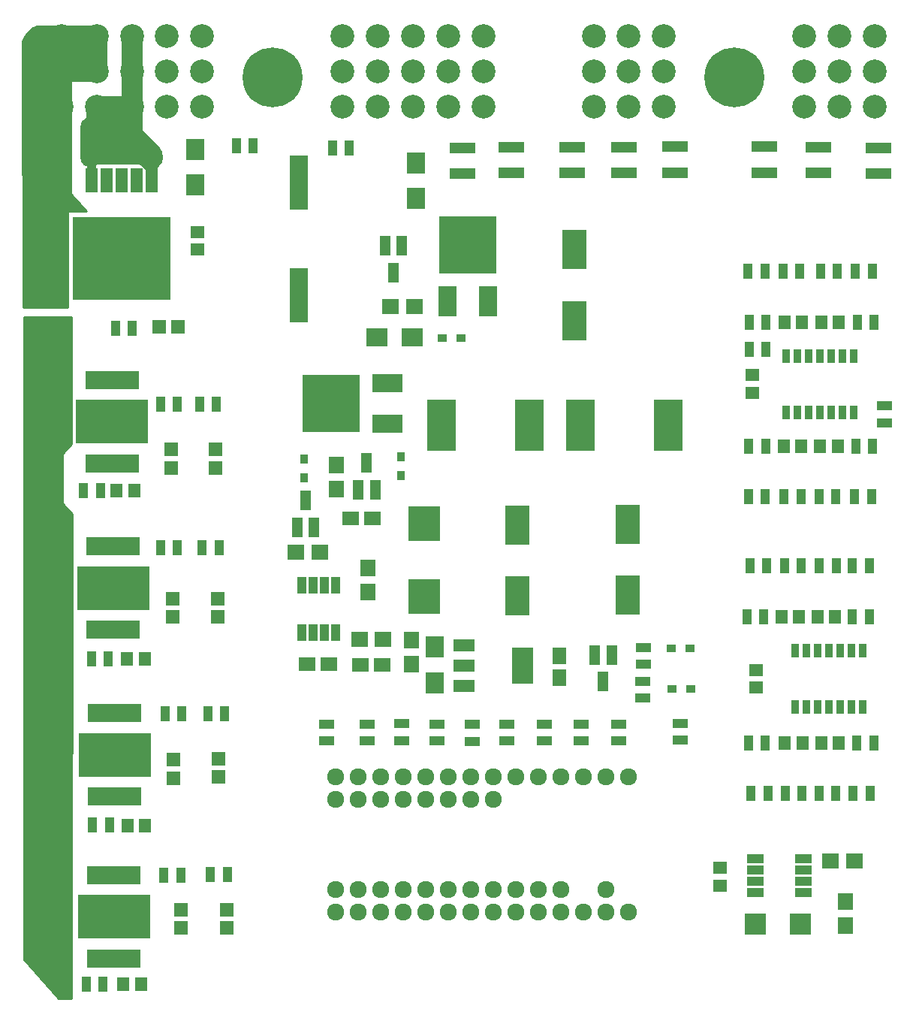
<source format=gts>
G04 #@! TF.FileFunction,Soldermask,Top*
%FSLAX46Y46*%
G04 Gerber Fmt 4.6, Leading zero omitted, Abs format (unit mm)*
G04 Created by KiCad (PCBNEW 0.201603210401+6634~43~ubuntu14.04.1-product) date lör  2 apr 2016 12:08:47*
%MOMM*%
G01*
G04 APERTURE LIST*
%ADD10C,0.050000*%
%ADD11C,1.924000*%
%ADD12C,6.750000*%
%ADD13C,2.686000*%
%ADD14R,2.100000X6.100000*%
%ADD15R,1.400000X1.650000*%
%ADD16R,1.650000X1.400000*%
%ADD17R,1.650000X1.900000*%
%ADD18R,2.800300X4.400500*%
%ADD19R,2.000000X2.400000*%
%ADD20R,1.900000X1.650000*%
%ADD21R,0.990000X0.850000*%
%ADD22R,1.598880X1.598880*%
%ADD23R,0.850000X0.990000*%
%ADD24R,2.900000X1.300000*%
%ADD25R,2.398980X2.398980*%
%ADD26R,3.300680X5.800040*%
%ADD27R,2.051000X3.448000*%
%ADD28R,6.496000X6.496000*%
%ADD29R,3.448000X2.051000*%
%ADD30R,1.700000X1.100000*%
%ADD31R,1.100000X1.700000*%
%ADD32R,1.700000X1.900000*%
%ADD33R,1.900000X1.700000*%
%ADD34R,2.400000X2.100000*%
%ADD35R,1.050000X2.070000*%
%ADD36R,8.200000X4.900000*%
%ADD37R,1.466800X2.686000*%
%ADD38R,11.068000X9.290000*%
%ADD39R,0.908000X1.543000*%
%ADD40R,1.950000X1.000000*%
%ADD41R,2.432000X4.057600*%
%ADD42R,2.432000X1.416000*%
%ADD43R,1.000000X1.950000*%
%ADD44R,2.100000X2.400000*%
%ADD45R,1.200100X2.200860*%
%ADD46R,3.600000X4.000000*%
%ADD47C,0.254000*%
G04 APERTURE END LIST*
D10*
D11*
X145592800Y-126390400D03*
X143052800Y-126390400D03*
X140512800Y-126390400D03*
X137972800Y-126390400D03*
X135432800Y-126390400D03*
X132892800Y-126390400D03*
X130352800Y-126390400D03*
X127812800Y-126390400D03*
X125272800Y-126390400D03*
X122732800Y-126390400D03*
X120192800Y-126390400D03*
X117652800Y-126390400D03*
X115112800Y-126390400D03*
X112572800Y-126390400D03*
X112572800Y-141630400D03*
X115112800Y-141630400D03*
X117652800Y-141630400D03*
X120192800Y-141630400D03*
X122732800Y-141630400D03*
X125272800Y-141630400D03*
X127812800Y-141630400D03*
X130352800Y-141630400D03*
X132892800Y-141630400D03*
X135432800Y-141630400D03*
X137972800Y-141630400D03*
X140512800Y-141630400D03*
X143052800Y-141630400D03*
X145592800Y-141630400D03*
X143052800Y-139090400D03*
X137972800Y-139090400D03*
X130352800Y-128930400D03*
X127812800Y-128930400D03*
X125272800Y-128930400D03*
X122732800Y-128930400D03*
X120192800Y-128930400D03*
X117652800Y-128930400D03*
X115112800Y-128930400D03*
X115112800Y-139090400D03*
X117652800Y-139090400D03*
X120192800Y-139090400D03*
X122732800Y-139090400D03*
X125272800Y-139090400D03*
X127812800Y-139090400D03*
X130352800Y-139090400D03*
X132892800Y-139090400D03*
X135432800Y-139090400D03*
X112572800Y-128930400D03*
X112572800Y-139090400D03*
D12*
X157480000Y-47625000D03*
X105410000Y-47625000D03*
D13*
X149555200Y-42926000D03*
X149555200Y-46913800D03*
X149555200Y-50901600D03*
X145592800Y-42926000D03*
X141630400Y-42926000D03*
X141630400Y-46913800D03*
X145592800Y-46913800D03*
X141630400Y-50901600D03*
X145592800Y-50901600D03*
X165404800Y-50901600D03*
X169367200Y-50901600D03*
X173329600Y-50901600D03*
X165404800Y-46913800D03*
X169367200Y-46913800D03*
X173329600Y-46913800D03*
X165404800Y-42926000D03*
X169367200Y-42926000D03*
X173329600Y-42926000D03*
X97485200Y-42926000D03*
X93522800Y-42926000D03*
X89560400Y-42926000D03*
X85598000Y-42926000D03*
X81635600Y-42926000D03*
X97485200Y-46913800D03*
X93522800Y-46913800D03*
X89560400Y-46913800D03*
X85598000Y-46913800D03*
X81635600Y-46913800D03*
X97485200Y-50901600D03*
X93522800Y-50901600D03*
X89560400Y-50901600D03*
X85598000Y-50901600D03*
X81635600Y-50901600D03*
X113334800Y-42926000D03*
X117297200Y-42926000D03*
X121259600Y-42926000D03*
X125222000Y-42926000D03*
X129184400Y-42926000D03*
X113334800Y-46913800D03*
X117297200Y-46913800D03*
X121259600Y-46913800D03*
X125222000Y-46913800D03*
X129184400Y-46913800D03*
X113334800Y-50901600D03*
X117297200Y-50901600D03*
X121259600Y-50901600D03*
X125222000Y-50901600D03*
X129184400Y-50901600D03*
D14*
X108407200Y-72186800D03*
X108407200Y-59486800D03*
D15*
X91052400Y-131927600D03*
X89052400Y-131927600D03*
D16*
X96977200Y-65024000D03*
X96977200Y-67024000D03*
D15*
X91001600Y-113131600D03*
X89001600Y-113131600D03*
X89833200Y-94132400D03*
X87833200Y-94132400D03*
X90595200Y-149758400D03*
X88595200Y-149758400D03*
X163201600Y-122631200D03*
X165201600Y-122631200D03*
X169284400Y-122631200D03*
X167284400Y-122631200D03*
D16*
X159969200Y-114366800D03*
X159969200Y-116366800D03*
X159562800Y-81159600D03*
X159562800Y-83159600D03*
D15*
X168878000Y-108407200D03*
X166878000Y-108407200D03*
X162795200Y-108407200D03*
X164795200Y-108407200D03*
X163049200Y-89154000D03*
X165049200Y-89154000D03*
X169182800Y-89154000D03*
X167182800Y-89154000D03*
X169284400Y-75234800D03*
X167284400Y-75234800D03*
X163150800Y-75234800D03*
X165150800Y-75234800D03*
D16*
X155892500Y-138668000D03*
X155892500Y-136668000D03*
D17*
X137769600Y-115276000D03*
X137769600Y-112776000D03*
D18*
X139446000Y-75018900D03*
X139446000Y-67017900D03*
D19*
X123698000Y-115824000D03*
X123698000Y-111824000D03*
D20*
X115305200Y-113792000D03*
X117805200Y-113792000D03*
X109310800Y-113690400D03*
X111810800Y-113690400D03*
X114187600Y-97282000D03*
X116687600Y-97282000D03*
D18*
X133045200Y-98056700D03*
X133045200Y-106057700D03*
X145491200Y-97967800D03*
X145491200Y-105968800D03*
D21*
X152603200Y-116535200D03*
X150493200Y-116535200D03*
X152489800Y-111963200D03*
X150379800Y-111963200D03*
D22*
X98958400Y-89527380D03*
X98958400Y-91625420D03*
D21*
X126632600Y-76962000D03*
X124522600Y-76962000D03*
D23*
X119888000Y-92444200D03*
X119888000Y-90334200D03*
X109016800Y-92749000D03*
X109016800Y-90639000D03*
D24*
X132334000Y-55473600D03*
X132334000Y-58373600D03*
X160883600Y-55418400D03*
X160883600Y-58318400D03*
X139242800Y-55473600D03*
X139242800Y-58373600D03*
X126847600Y-55575200D03*
X126847600Y-58475200D03*
X145084800Y-55473600D03*
X145084800Y-58373600D03*
X166979600Y-55473600D03*
X166979600Y-58373600D03*
X150825200Y-55422800D03*
X150825200Y-58322800D03*
X173736000Y-55575200D03*
X173736000Y-58475200D03*
D25*
X164973000Y-143065500D03*
X159893000Y-143065500D03*
D26*
X134376160Y-86791800D03*
X124475240Y-86791800D03*
X150060660Y-86791800D03*
X140159740Y-86791800D03*
D27*
X125120400Y-72796400D03*
D28*
X127406400Y-66446400D03*
D27*
X129692400Y-72796400D03*
D29*
X118364000Y-86664800D03*
D28*
X112014000Y-84378800D03*
D29*
X118364000Y-82092800D03*
D30*
X119989600Y-122346800D03*
X119989600Y-120446800D03*
X136093200Y-122362000D03*
X136093200Y-120462000D03*
D31*
X87020400Y-131876800D03*
X85120400Y-131876800D03*
X112196800Y-55524400D03*
X114096800Y-55524400D03*
X101361200Y-55270400D03*
X103261200Y-55270400D03*
X89596000Y-75844400D03*
X87696000Y-75844400D03*
X95199200Y-119329200D03*
X93299200Y-119329200D03*
D30*
X147167600Y-115651200D03*
X147167600Y-117551200D03*
D31*
X98125200Y-119329200D03*
X100025200Y-119329200D03*
D30*
X151434800Y-122311200D03*
X151434800Y-120411200D03*
X144424400Y-120477200D03*
X144424400Y-122377200D03*
X116078000Y-122397600D03*
X116078000Y-120497600D03*
X131876800Y-122377200D03*
X131876800Y-120477200D03*
D31*
X86918800Y-113131600D03*
X85018800Y-113131600D03*
D30*
X111556800Y-122362000D03*
X111556800Y-120462000D03*
D31*
X99385200Y-100584000D03*
X97485200Y-100584000D03*
D30*
X140208000Y-122377200D03*
X140208000Y-120477200D03*
D31*
X92776000Y-100584000D03*
X94676000Y-100584000D03*
X86024800Y-94132400D03*
X84124800Y-94132400D03*
D30*
X123952000Y-122362000D03*
X123952000Y-120462000D03*
X127914400Y-122412800D03*
X127914400Y-120512800D03*
D31*
X86309200Y-149758400D03*
X84409200Y-149758400D03*
X97210800Y-84429600D03*
X99110800Y-84429600D03*
X92791200Y-84429600D03*
X94691200Y-84429600D03*
X100330000Y-137464800D03*
X98430000Y-137464800D03*
X93167200Y-137515600D03*
X95067200Y-137515600D03*
X160985200Y-122631200D03*
X159085200Y-122631200D03*
X171312800Y-122580400D03*
X173212800Y-122580400D03*
X159390000Y-128320800D03*
X161290000Y-128320800D03*
X163250800Y-128320800D03*
X165150800Y-128320800D03*
X172791200Y-128320800D03*
X170891200Y-128320800D03*
X168960800Y-128320800D03*
X167060800Y-128320800D03*
X170789600Y-108407200D03*
X172689600Y-108407200D03*
X160832800Y-108407200D03*
X158932800Y-108407200D03*
X172720000Y-102679500D03*
X170820000Y-102679500D03*
X168968500Y-102679500D03*
X167068500Y-102679500D03*
X159237600Y-102666800D03*
X161137600Y-102666800D03*
X163134000Y-102666800D03*
X165034000Y-102666800D03*
X161036000Y-89154000D03*
X159136000Y-89154000D03*
D30*
X174396400Y-86532800D03*
X174396400Y-84632800D03*
D31*
X171196000Y-89154000D03*
X173096000Y-89154000D03*
X159085200Y-94843600D03*
X160985200Y-94843600D03*
X163118800Y-94843600D03*
X165018800Y-94843600D03*
X172943600Y-94843600D03*
X171043600Y-94843600D03*
X168960800Y-94843600D03*
X167060800Y-94843600D03*
X159156400Y-78232000D03*
X161056400Y-78232000D03*
X171378800Y-75234800D03*
X173278800Y-75234800D03*
X161086800Y-75234800D03*
X159186800Y-75234800D03*
X173045200Y-69443600D03*
X171145200Y-69443600D03*
X169113200Y-69443600D03*
X167213200Y-69443600D03*
X159054800Y-69443600D03*
X160954800Y-69443600D03*
X162996800Y-69443600D03*
X164896800Y-69443600D03*
D32*
X170053000Y-140462000D03*
X170053000Y-143162000D03*
D30*
X147218400Y-111826000D03*
X147218400Y-113726000D03*
D33*
X168338500Y-135890000D03*
X171038500Y-135890000D03*
X121412000Y-73456800D03*
X118712000Y-73456800D03*
D34*
X117158000Y-76860400D03*
X121158000Y-76860400D03*
D32*
X121056400Y-111041200D03*
X121056400Y-113741200D03*
D33*
X110751600Y-101142800D03*
X108051600Y-101142800D03*
X117906800Y-110896400D03*
X115206800Y-110896400D03*
D32*
X112623600Y-93980000D03*
X112623600Y-91280000D03*
X116179600Y-102913200D03*
X116179600Y-105613200D03*
D35*
X85117300Y-128664700D03*
X86117300Y-128664700D03*
X87117300Y-128664700D03*
X88117300Y-128664700D03*
X89117300Y-128664700D03*
X90117300Y-128664700D03*
X90117300Y-119264700D03*
X89117300Y-119264700D03*
X88117300Y-119264700D03*
X87117300Y-119264700D03*
X86117300Y-119264700D03*
X85117300Y-119264700D03*
D36*
X87617300Y-123964700D03*
D37*
X91795600Y-59245500D03*
D38*
X88392000Y-68008500D03*
D37*
X88392000Y-59245500D03*
X90093800Y-59245500D03*
X86690200Y-59245500D03*
X84988400Y-59245500D03*
D35*
X84964900Y-109868700D03*
X85964900Y-109868700D03*
X86964900Y-109868700D03*
X87964900Y-109868700D03*
X88964900Y-109868700D03*
X89964900Y-109868700D03*
X89964900Y-100468700D03*
X88964900Y-100468700D03*
X87964900Y-100468700D03*
X86964900Y-100468700D03*
X85964900Y-100468700D03*
X84964900Y-100468700D03*
D36*
X87464900Y-105168700D03*
D35*
X84812500Y-91098100D03*
X85812500Y-91098100D03*
X86812500Y-91098100D03*
X87812500Y-91098100D03*
X88812500Y-91098100D03*
X89812500Y-91098100D03*
X89812500Y-81698100D03*
X88812500Y-81698100D03*
X87812500Y-81698100D03*
X86812500Y-81698100D03*
X85812500Y-81698100D03*
X84812500Y-81698100D03*
D36*
X87312500Y-86398100D03*
D35*
X85028400Y-146889200D03*
X86028400Y-146889200D03*
X87028400Y-146889200D03*
X88028400Y-146889200D03*
X89028400Y-146889200D03*
X90028400Y-146889200D03*
X90028400Y-137489200D03*
X89028400Y-137489200D03*
X88028400Y-137489200D03*
X87028400Y-137489200D03*
X86028400Y-137489200D03*
X85028400Y-137489200D03*
D36*
X87528400Y-142189200D03*
D39*
X164388800Y-118567200D03*
X165658800Y-118567200D03*
X166928800Y-118567200D03*
X168198800Y-118567200D03*
X169468800Y-118567200D03*
X170738800Y-118567200D03*
X172008800Y-118567200D03*
X172008800Y-112217200D03*
X170738800Y-112217200D03*
X168198800Y-112217200D03*
X166928800Y-112217200D03*
X165658800Y-112217200D03*
X164388800Y-112217200D03*
X169468800Y-112217200D03*
X163372800Y-85344000D03*
X164642800Y-85344000D03*
X165912800Y-85344000D03*
X167182800Y-85344000D03*
X168452800Y-85344000D03*
X169722800Y-85344000D03*
X170992800Y-85344000D03*
X170992800Y-78994000D03*
X169722800Y-78994000D03*
X167182800Y-78994000D03*
X165912800Y-78994000D03*
X164642800Y-78994000D03*
X163372800Y-78994000D03*
X168452800Y-78994000D03*
D40*
X159893000Y-135699500D03*
X159893000Y-136969500D03*
X159893000Y-138239500D03*
X159893000Y-139509500D03*
X165293000Y-139509500D03*
X165293000Y-138239500D03*
X165293000Y-136969500D03*
X165293000Y-135699500D03*
D41*
X133604000Y-113893600D03*
D42*
X127000000Y-113893600D03*
X127000000Y-116179600D03*
X127000000Y-111607600D03*
D43*
X108762800Y-110200400D03*
X110032800Y-110200400D03*
X111302800Y-110200400D03*
X112572800Y-110200400D03*
X112572800Y-104800400D03*
X111302800Y-104800400D03*
X110032800Y-104800400D03*
X108762800Y-104800400D03*
D44*
X96672400Y-59740800D03*
X96672400Y-55740800D03*
X121564400Y-61232800D03*
X121564400Y-57232800D03*
D22*
X94234000Y-124460000D03*
X94234000Y-126558040D03*
X92626180Y-75742800D03*
X94724220Y-75742800D03*
X99364800Y-124358400D03*
X99364800Y-126456440D03*
X99212400Y-106324400D03*
X99212400Y-108422440D03*
X94132400Y-106324400D03*
X94132400Y-108422440D03*
X93980000Y-89545160D03*
X93980000Y-91643200D03*
X100228400Y-141376400D03*
X100228400Y-143474440D03*
X95097600Y-141376400D03*
X95097600Y-143474440D03*
D45*
X119989600Y-66598800D03*
X118089600Y-66598800D03*
X119039600Y-69601080D03*
X143662400Y-112674400D03*
X141762400Y-112674400D03*
X142712400Y-115676680D03*
X108183600Y-98298000D03*
X110083600Y-98298000D03*
X109133600Y-95295720D03*
X115092400Y-94081600D03*
X116992400Y-94081600D03*
X116042400Y-91079320D03*
D46*
X122529600Y-106106400D03*
X122529600Y-97906400D03*
D47*
G36*
X90627200Y-53619400D02*
X90636867Y-53668001D01*
X90664397Y-53709203D01*
X92558714Y-55603520D01*
X92817622Y-56027188D01*
X92910230Y-56559683D01*
X92771507Y-57068333D01*
X92435636Y-57524158D01*
X92123994Y-57835800D01*
X91128648Y-57835800D01*
X90426717Y-57279096D01*
X90382631Y-57256470D01*
X90347800Y-57251600D01*
X85674200Y-57251600D01*
X85625599Y-57261267D01*
X85598000Y-57277000D01*
X85394800Y-57429400D01*
X85361720Y-57466294D01*
X85344000Y-57531000D01*
X85344000Y-57785000D01*
X84632800Y-57785000D01*
X84632800Y-57632600D01*
X84623133Y-57583999D01*
X84595603Y-57542797D01*
X84565565Y-57520541D01*
X84205347Y-57328425D01*
X83911396Y-56989250D01*
X83794720Y-56475878D01*
X83819996Y-53468067D01*
X83820000Y-53467000D01*
X83820000Y-53247429D01*
X83843435Y-53083385D01*
X83890604Y-52871125D01*
X83956134Y-52718222D01*
X84092748Y-52536070D01*
X84491061Y-52162651D01*
X84519905Y-52122358D01*
X84531200Y-52070000D01*
X84531200Y-50887323D01*
X84600841Y-50492690D01*
X84782292Y-50220514D01*
X85009639Y-49993167D01*
X85273283Y-49883316D01*
X85806956Y-49834800D01*
X88366600Y-49834800D01*
X88415201Y-49825133D01*
X88456403Y-49797603D01*
X88483933Y-49756401D01*
X88493600Y-49707800D01*
X88493600Y-43434000D01*
X90627200Y-43434000D01*
X90627200Y-53619400D01*
X90627200Y-53619400D01*
G37*
X90627200Y-53619400D02*
X90636867Y-53668001D01*
X90664397Y-53709203D01*
X92558714Y-55603520D01*
X92817622Y-56027188D01*
X92910230Y-56559683D01*
X92771507Y-57068333D01*
X92435636Y-57524158D01*
X92123994Y-57835800D01*
X91128648Y-57835800D01*
X90426717Y-57279096D01*
X90382631Y-57256470D01*
X90347800Y-57251600D01*
X85674200Y-57251600D01*
X85625599Y-57261267D01*
X85598000Y-57277000D01*
X85394800Y-57429400D01*
X85361720Y-57466294D01*
X85344000Y-57531000D01*
X85344000Y-57785000D01*
X84632800Y-57785000D01*
X84632800Y-57632600D01*
X84623133Y-57583999D01*
X84595603Y-57542797D01*
X84565565Y-57520541D01*
X84205347Y-57328425D01*
X83911396Y-56989250D01*
X83794720Y-56475878D01*
X83819996Y-53468067D01*
X83820000Y-53467000D01*
X83820000Y-53247429D01*
X83843435Y-53083385D01*
X83890604Y-52871125D01*
X83956134Y-52718222D01*
X84092748Y-52536070D01*
X84491061Y-52162651D01*
X84519905Y-52122358D01*
X84531200Y-52070000D01*
X84531200Y-50887323D01*
X84600841Y-50492690D01*
X84782292Y-50220514D01*
X85009639Y-49993167D01*
X85273283Y-49883316D01*
X85806956Y-49834800D01*
X88366600Y-49834800D01*
X88415201Y-49825133D01*
X88456403Y-49797603D01*
X88483933Y-49756401D01*
X88493600Y-49707800D01*
X88493600Y-43434000D01*
X90627200Y-43434000D01*
X90627200Y-53619400D01*
G36*
X85779050Y-41883787D02*
X86215950Y-42021756D01*
X86436943Y-42242749D01*
X86574126Y-42471387D01*
X86664800Y-42743410D01*
X86664800Y-47094626D01*
X86573341Y-47346139D01*
X86458826Y-47575168D01*
X86303025Y-47730969D01*
X86146233Y-47842963D01*
X85918298Y-47934137D01*
X85663309Y-47980499D01*
X82805124Y-47955205D01*
X82756439Y-47964442D01*
X82714996Y-47991606D01*
X82687102Y-48032563D01*
X82677000Y-48082200D01*
X82677000Y-60756800D01*
X82686667Y-60805401D01*
X82711953Y-60844301D01*
X84463845Y-62687200D01*
X82448400Y-62687200D01*
X82399799Y-62696867D01*
X82358597Y-62724397D01*
X82331067Y-62765599D01*
X82321400Y-62814200D01*
X82321400Y-73507600D01*
X77317385Y-73507600D01*
X77266800Y-43662600D01*
X77266800Y-43446577D01*
X77287447Y-43343342D01*
X77378480Y-43115761D01*
X77442651Y-43030198D01*
X77563869Y-42884737D01*
X78414514Y-42034092D01*
X78469241Y-41997608D01*
X78704936Y-41903330D01*
X78859389Y-41859200D01*
X85188953Y-41859200D01*
X85779050Y-41883787D01*
X85779050Y-41883787D01*
G37*
X85779050Y-41883787D02*
X86215950Y-42021756D01*
X86436943Y-42242749D01*
X86574126Y-42471387D01*
X86664800Y-42743410D01*
X86664800Y-47094626D01*
X86573341Y-47346139D01*
X86458826Y-47575168D01*
X86303025Y-47730969D01*
X86146233Y-47842963D01*
X85918298Y-47934137D01*
X85663309Y-47980499D01*
X82805124Y-47955205D01*
X82756439Y-47964442D01*
X82714996Y-47991606D01*
X82687102Y-48032563D01*
X82677000Y-48082200D01*
X82677000Y-60756800D01*
X82686667Y-60805401D01*
X82711953Y-60844301D01*
X84463845Y-62687200D01*
X82448400Y-62687200D01*
X82399799Y-62696867D01*
X82358597Y-62724397D01*
X82331067Y-62765599D01*
X82321400Y-62814200D01*
X82321400Y-73507600D01*
X77317385Y-73507600D01*
X77266800Y-43662600D01*
X77266800Y-43446577D01*
X77287447Y-43343342D01*
X77378480Y-43115761D01*
X77442651Y-43030198D01*
X77563869Y-42884737D01*
X78414514Y-42034092D01*
X78469241Y-41997608D01*
X78704936Y-41903330D01*
X78859389Y-41859200D01*
X85188953Y-41859200D01*
X85779050Y-41883787D01*
G36*
X82702400Y-74624624D02*
X82702400Y-88926397D01*
X81771054Y-89931270D01*
X81745108Y-89973487D01*
X81737200Y-90017600D01*
X81737200Y-95631000D01*
X81746867Y-95679601D01*
X81771286Y-95717579D01*
X82778554Y-96798549D01*
X82727918Y-151409400D01*
X81311257Y-151409400D01*
X77368417Y-147017376D01*
X77393755Y-74600494D01*
X82702400Y-74624624D01*
X82702400Y-74624624D01*
G37*
X82702400Y-74624624D02*
X82702400Y-88926397D01*
X81771054Y-89931270D01*
X81745108Y-89973487D01*
X81737200Y-90017600D01*
X81737200Y-95631000D01*
X81746867Y-95679601D01*
X81771286Y-95717579D01*
X82778554Y-96798549D01*
X82727918Y-151409400D01*
X81311257Y-151409400D01*
X77368417Y-147017376D01*
X77393755Y-74600494D01*
X82702400Y-74624624D01*
M02*

</source>
